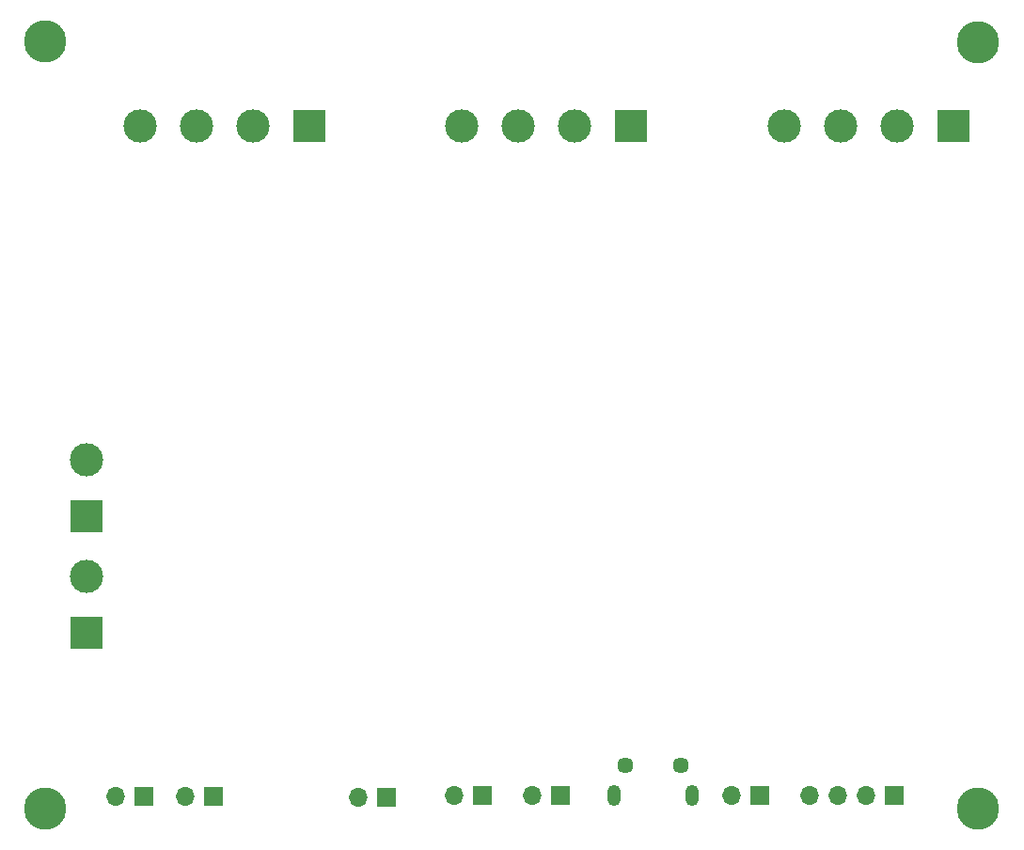
<source format=gbr>
%TF.GenerationSoftware,KiCad,Pcbnew,9.0.0*%
%TF.CreationDate,2025-05-09T17:06:21-07:00*%
%TF.ProjectId,Motor_Controller_Board_v1,4d6f746f-725f-4436-9f6e-74726f6c6c65,v1*%
%TF.SameCoordinates,Original*%
%TF.FileFunction,Soldermask,Bot*%
%TF.FilePolarity,Negative*%
%FSLAX46Y46*%
G04 Gerber Fmt 4.6, Leading zero omitted, Abs format (unit mm)*
G04 Created by KiCad (PCBNEW 9.0.0) date 2025-05-09 17:06:21*
%MOMM*%
%LPD*%
G01*
G04 APERTURE LIST*
%ADD10C,3.000000*%
%ADD11R,3.000000X3.000000*%
%ADD12O,1.700000X1.700000*%
%ADD13R,1.700000X1.700000*%
%ADD14O,1.200000X1.900000*%
%ADD15C,1.450000*%
%ADD16C,3.800000*%
G04 APERTURE END LIST*
D10*
%TO.C,J401*%
X175480000Y-84930000D03*
X180560000Y-84930000D03*
X185640000Y-84930000D03*
D11*
X190720000Y-84930000D03*
%TD*%
D12*
%TO.C,J202*%
X137130000Y-145380000D03*
D13*
X139670000Y-145380000D03*
%TD*%
D12*
%TO.C,J304*%
X152810000Y-145205000D03*
D13*
X155350000Y-145205000D03*
%TD*%
D12*
%TO.C,J206*%
X121530000Y-145330000D03*
D13*
X124070000Y-145330000D03*
%TD*%
D12*
%TO.C,J305*%
X145810000Y-145205000D03*
D13*
X148350000Y-145205000D03*
%TD*%
D12*
%TO.C,J303*%
X170770000Y-145205000D03*
D13*
X173310000Y-145205000D03*
%TD*%
D12*
%TO.C,J207*%
X115305000Y-145330000D03*
D13*
X117845000Y-145330000D03*
%TD*%
D14*
%TO.C,J302*%
X167170000Y-145205000D03*
D15*
X166170000Y-142505000D03*
X161170000Y-142505000D03*
D14*
X160170000Y-145205000D03*
%TD*%
D10*
%TO.C,J203*%
X112670000Y-114990000D03*
D11*
X112670000Y-120070000D03*
%TD*%
D10*
%TO.C,J402*%
X117470000Y-84930000D03*
X122550000Y-84930000D03*
X127630000Y-84930000D03*
D11*
X132710000Y-84930000D03*
%TD*%
D16*
%TO.C,H202*%
X192970000Y-146430000D03*
%TD*%
D10*
%TO.C,J201*%
X112670000Y-125550000D03*
D11*
X112670000Y-130630000D03*
%TD*%
D16*
%TO.C,H201*%
X192970000Y-77430000D03*
%TD*%
%TO.C,H204*%
X108970000Y-77350000D03*
%TD*%
%TO.C,H203*%
X108970000Y-146430000D03*
%TD*%
D10*
%TO.C,J403*%
X146480000Y-84930000D03*
X151560000Y-84930000D03*
X156640000Y-84930000D03*
D11*
X161720000Y-84930000D03*
%TD*%
D12*
%TO.C,J301*%
X177770000Y-145205000D03*
X180310000Y-145205000D03*
X182850000Y-145205000D03*
D13*
X185390000Y-145205000D03*
%TD*%
M02*

</source>
